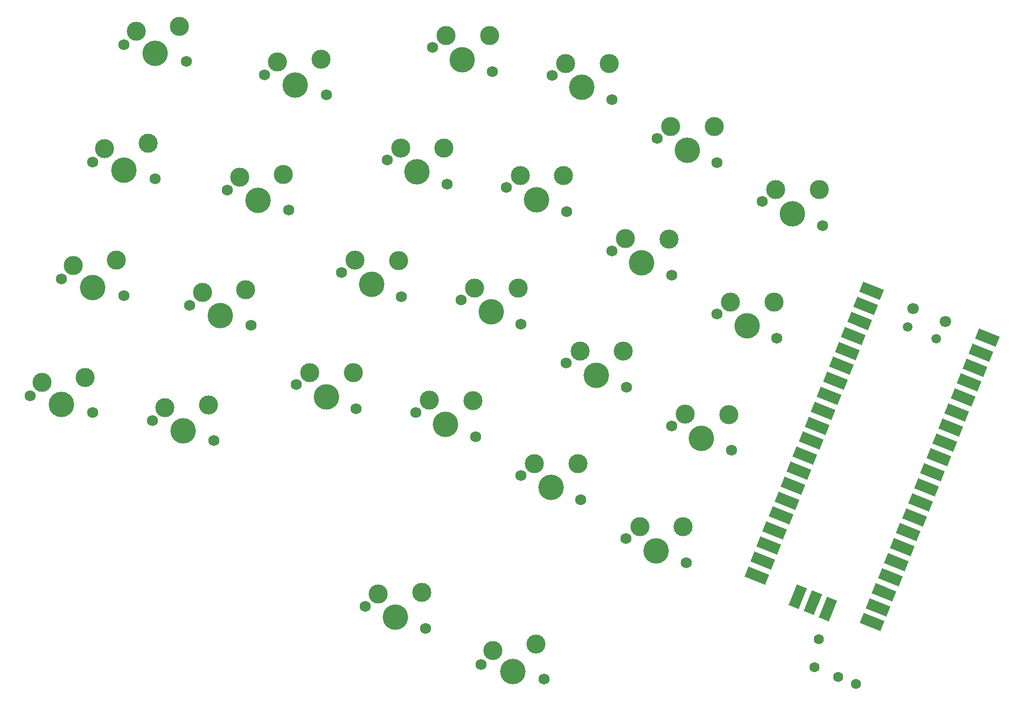
<source format=gbr>
%TF.GenerationSoftware,KiCad,Pcbnew,9.0.5*%
%TF.CreationDate,2025-10-09T16:25:36-06:00*%
%TF.ProjectId,ergo-kola (left),6572676f-2d6b-46f6-9c61-20286c656674,rev?*%
%TF.SameCoordinates,Original*%
%TF.FileFunction,Soldermask,Top*%
%TF.FilePolarity,Negative*%
%FSLAX46Y46*%
G04 Gerber Fmt 4.6, Leading zero omitted, Abs format (unit mm)*
G04 Created by KiCad (PCBNEW 9.0.5) date 2025-10-09 16:25:36*
%MOMM*%
%LPD*%
G01*
G04 APERTURE LIST*
G04 Aperture macros list*
%AMHorizOval*
0 Thick line with rounded ends*
0 $1 width*
0 $2 $3 position (X,Y) of the first rounded end (center of the circle)*
0 $4 $5 position (X,Y) of the second rounded end (center of the circle)*
0 Add line between two ends*
20,1,$1,$2,$3,$4,$5,0*
0 Add two circle primitives to create the rounded ends*
1,1,$1,$2,$3*
1,1,$1,$4,$5*%
%AMRotRect*
0 Rectangle, with rotation*
0 The origin of the aperture is its center*
0 $1 length*
0 $2 width*
0 $3 Rotation angle, in degrees counterclockwise*
0 Add horizontal line*
21,1,$1,$2,0,0,$3*%
G04 Aperture macros list end*
%ADD10C,1.750000*%
%ADD11C,3.000000*%
%ADD12C,4.000000*%
%ADD13C,1.600000*%
%ADD14HorizOval,1.800000X0.000000X0.000000X0.000000X0.000000X0*%
%ADD15HorizOval,1.500000X0.000000X0.000000X0.000000X0.000000X0*%
%ADD16HorizOval,1.700000X0.000000X0.000000X0.000000X0.000000X0*%
%ADD17RotRect,3.500000X1.700000X338.000000*%
%ADD18RotRect,1.700000X1.700000X338.000000*%
%ADD19RotRect,3.500000X1.700000X68.000000*%
G04 APERTURE END LIST*
D10*
%TO.C,SW51*%
X108392118Y-134200069D03*
D11*
X110200944Y-132010857D03*
D12*
X113341918Y-135342820D03*
D11*
X116959570Y-130964396D03*
D10*
X118291718Y-136485571D03*
%TD*%
%TO.C,SW27*%
X105231189Y-76878731D03*
D11*
X107360213Y-74999434D03*
D12*
X109941283Y-78781732D03*
D11*
X114199331Y-75023139D03*
D10*
X114651377Y-80684733D03*
%TD*%
D13*
%TO.C,J1*%
X161470388Y-130199542D03*
X160749303Y-134653758D03*
X164458039Y-136152184D03*
X167239590Y-137276004D03*
%TD*%
D10*
%TO.C,SW15*%
X112367434Y-59215876D03*
D11*
X114496458Y-57336579D03*
D12*
X117077528Y-61118877D03*
D11*
X121335576Y-57360284D03*
D10*
X121787622Y-63021878D03*
%TD*%
%TO.C,SW9*%
X136039783Y-51478147D03*
D11*
X138168807Y-49598850D03*
D12*
X140749877Y-53381148D03*
D11*
X145007925Y-49622555D03*
D10*
X145459971Y-55284149D03*
%TD*%
%TO.C,SW43*%
X138303342Y-96728983D03*
D11*
X140432366Y-94849686D03*
D12*
X143013436Y-98631984D03*
D11*
X147271484Y-94873391D03*
D10*
X147723530Y-100534985D03*
%TD*%
%TO.C,SW33*%
X121767256Y-86803857D03*
D11*
X123896280Y-84924560D03*
D12*
X126477350Y-88706858D03*
D11*
X130735398Y-84948265D03*
D10*
X131187444Y-90609859D03*
%TD*%
%TO.C,SW39*%
X98094926Y-94541586D03*
D11*
X100223950Y-92662289D03*
D12*
X102805020Y-96444587D03*
D11*
X107063068Y-92685994D03*
D10*
X107515114Y-98347588D03*
%TD*%
%TO.C,SW45*%
X114631012Y-104466712D03*
D11*
X116760036Y-102587415D03*
D12*
X119341106Y-106369713D03*
D11*
X123599154Y-102611120D03*
D10*
X124051200Y-108272714D03*
%TD*%
%TO.C,SW13*%
X93577809Y-54868494D03*
D11*
X95706833Y-52989197D03*
D12*
X98287903Y-56771495D03*
D11*
X102545951Y-53012902D03*
D10*
X102997997Y-58674496D03*
%TD*%
%TO.C,SW29*%
X62577591Y-77726352D03*
D11*
X64570336Y-75703120D03*
D12*
X67408958Y-79296158D03*
D11*
X71394448Y-75249694D03*
D10*
X72240325Y-80865964D03*
%TD*%
%TO.C,SW37*%
X37451591Y-91987870D03*
D11*
X39335717Y-89863119D03*
D12*
X42358494Y-93302671D03*
D11*
X46126746Y-89053168D03*
D10*
X47265397Y-94617472D03*
%TD*%
D14*
%TO.C,U1*%
X176243903Y-78231251D03*
D15*
X175387000Y-81153001D03*
X179883842Y-82969842D03*
D14*
X181297055Y-80272856D03*
D16*
X170576514Y-75801267D03*
D17*
X169742049Y-75464121D03*
D16*
X169625013Y-78156314D03*
D17*
X168790548Y-77819168D03*
D18*
X168673512Y-80511361D03*
D17*
X167839047Y-80174215D03*
D16*
X167722011Y-82866408D03*
D17*
X166887546Y-82529262D03*
D16*
X166770511Y-85221455D03*
D17*
X165936046Y-84884309D03*
D16*
X165819010Y-87576502D03*
D17*
X164984545Y-87239356D03*
D16*
X164867509Y-89931549D03*
D17*
X164033044Y-89594403D03*
D18*
X163916008Y-92286596D03*
D17*
X163081543Y-91949450D03*
D16*
X162964508Y-94641643D03*
D17*
X162130043Y-94304497D03*
D16*
X162013007Y-96996690D03*
D17*
X161178542Y-96659544D03*
D16*
X161061506Y-99351737D03*
D17*
X160227041Y-99014591D03*
D16*
X160110005Y-101706784D03*
D17*
X159275540Y-101369638D03*
D18*
X159158505Y-104061831D03*
D17*
X158324040Y-103724685D03*
D16*
X158207004Y-106416878D03*
D17*
X157372539Y-106079732D03*
D16*
X157255503Y-108771925D03*
D17*
X156421038Y-108434779D03*
D16*
X156304002Y-111126972D03*
D17*
X155469537Y-110789826D03*
D16*
X155352502Y-113482019D03*
D17*
X154518037Y-113144873D03*
D18*
X154401001Y-115837066D03*
D17*
X153566536Y-115499920D03*
D16*
X153449500Y-118192113D03*
D17*
X152615035Y-117854967D03*
D16*
X152497999Y-120547160D03*
D17*
X151663534Y-120210014D03*
D16*
X168983328Y-127207665D03*
D17*
X169817793Y-127544811D03*
D16*
X169934829Y-124852618D03*
D17*
X170769294Y-125189764D03*
D18*
X170886330Y-122497571D03*
D17*
X171720795Y-122834717D03*
D16*
X171837831Y-120142524D03*
D17*
X172672296Y-120479670D03*
D16*
X172789331Y-117787477D03*
D17*
X173623796Y-118124623D03*
D16*
X173740832Y-115432430D03*
D17*
X174575297Y-115769576D03*
D16*
X174692333Y-113077383D03*
D17*
X175526798Y-113414529D03*
D18*
X175643834Y-110722336D03*
D17*
X176478299Y-111059482D03*
D16*
X176595334Y-108367289D03*
D17*
X177429799Y-108704435D03*
D16*
X177546835Y-106012242D03*
D17*
X178381300Y-106349388D03*
D16*
X178498336Y-103657195D03*
D17*
X179332801Y-103994341D03*
D16*
X179449837Y-101302148D03*
D17*
X180284302Y-101639294D03*
D18*
X180401337Y-98947101D03*
D17*
X181235802Y-99284247D03*
D16*
X181352838Y-96592054D03*
D17*
X182187303Y-96929200D03*
D16*
X182304339Y-94237007D03*
D17*
X183138804Y-94574153D03*
D16*
X183255840Y-91881960D03*
D17*
X184090305Y-92219106D03*
D16*
X184207340Y-89526913D03*
D17*
X185041805Y-89864059D03*
D18*
X185158841Y-87171866D03*
D17*
X185993306Y-87509012D03*
D16*
X186110342Y-84816819D03*
D17*
X186944807Y-85153965D03*
D16*
X187061843Y-82461772D03*
D17*
X187896308Y-82798918D03*
D16*
X158471775Y-122712659D03*
D19*
X158134629Y-123547124D03*
D18*
X160826823Y-123664160D03*
D19*
X160489677Y-124498625D03*
D16*
X163181870Y-124615661D03*
D19*
X162844724Y-125450126D03*
%TD*%
D10*
%TO.C,SW23*%
X86441565Y-72531349D03*
D11*
X88570589Y-70652052D03*
D12*
X91151659Y-74434350D03*
D11*
X95409707Y-70675757D03*
D10*
X95861753Y-76337351D03*
%TD*%
%TO.C,SW25*%
X42382093Y-73586978D03*
D11*
X44266218Y-71462228D03*
D12*
X47288996Y-74901780D03*
D11*
X51057249Y-70652277D03*
D10*
X52195899Y-76216582D03*
%TD*%
%TO.C,SW35*%
X79305301Y-90194205D03*
D11*
X81434325Y-88314908D03*
D12*
X84015395Y-92097206D03*
D11*
X88273443Y-88338613D03*
D10*
X88725489Y-94000207D03*
%TD*%
%TO.C,SW5*%
X74351139Y-41491099D03*
D11*
X76343884Y-39467867D03*
D12*
X79182506Y-43060905D03*
D11*
X83167997Y-39014441D03*
D10*
X84013873Y-44630711D03*
%TD*%
%TO.C,SW21*%
X128903519Y-69141002D03*
D11*
X131032543Y-67261705D03*
D12*
X133613613Y-71044003D03*
D11*
X137871661Y-67285410D03*
D10*
X138323707Y-72947004D03*
%TD*%
%TO.C,SW41*%
X56690817Y-95843969D03*
D11*
X58683562Y-93820737D03*
D12*
X61522184Y-97413775D03*
D11*
X65507674Y-93367311D03*
D10*
X66353551Y-98983581D03*
%TD*%
%TO.C,SW1*%
X52243097Y-36785199D03*
D11*
X54127223Y-34660448D03*
D12*
X57150000Y-38100000D03*
D11*
X60918252Y-33850497D03*
D10*
X62056903Y-39414801D03*
%TD*%
%TO.C,SW7*%
X119503697Y-41553021D03*
D11*
X121632721Y-39673724D03*
D12*
X124213791Y-43456022D03*
D11*
X128471839Y-39697429D03*
D10*
X128923885Y-45359023D03*
%TD*%
%TO.C,SW3*%
X100714072Y-37205639D03*
D11*
X102843096Y-35326342D03*
D12*
X105424166Y-39108640D03*
D11*
X109682214Y-35350047D03*
D10*
X110134260Y-41011641D03*
%TD*%
%TO.C,SW17*%
X68464365Y-59608716D03*
D11*
X70457110Y-57585484D03*
D12*
X73295732Y-61178522D03*
D11*
X77281223Y-57132058D03*
D10*
X78127099Y-62748328D03*
%TD*%
%TO.C,SW47*%
X131167079Y-114391839D03*
D11*
X133296103Y-112512542D03*
D12*
X135877173Y-116294840D03*
D11*
X140135221Y-112536247D03*
D10*
X140587267Y-118197841D03*
%TD*%
%TO.C,SW11*%
X47312595Y-55186089D03*
D11*
X49196721Y-53061338D03*
D12*
X52219498Y-56500890D03*
D11*
X55987750Y-52251387D03*
D10*
X57126401Y-57815691D03*
%TD*%
%TO.C,SW49*%
X90106524Y-125027829D03*
D11*
X92168665Y-123075375D03*
D12*
X94880163Y-126765291D03*
D11*
X99004444Y-122860383D03*
D10*
X99653802Y-128502753D03*
%TD*%
%TO.C,SW31*%
X145439586Y-79066128D03*
D11*
X147568610Y-77186831D03*
D12*
X150149680Y-80969129D03*
D11*
X154407728Y-77210536D03*
D10*
X154859774Y-82872130D03*
%TD*%
%TO.C,SW19*%
X152575851Y-61403274D03*
D11*
X154704875Y-59523976D03*
D12*
X157285944Y-63306274D03*
D11*
X161543993Y-59547681D03*
D10*
X161996037Y-65209274D03*
%TD*%
M02*

</source>
